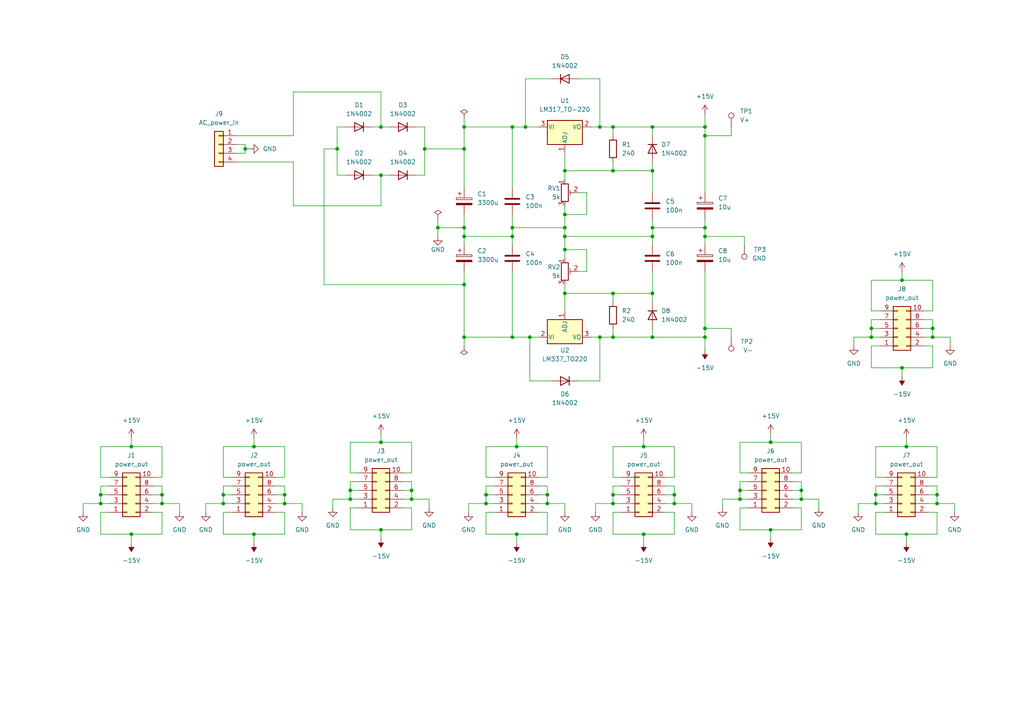
<source format=kicad_sch>
(kicad_sch (version 20230121) (generator eeschema)
  (paper "A4")
  (title_block (title "Josh Ox Ribbon Synth power supply board") (date "2022-06-26") (rev "0") (comment 2 "creativecommons.org/licenses/by/4.0") (comment 3 "license: CC by 4.0") (comment 4 "Author: Jordan Aceto"))
  (lib_symbols
    (symbol "Connector:TestPoint" (pin_numbers hide) (pin_names (offset 0.762) hide)
      (property "Reference" "TP" (at 0 6.858 0))
      (property "Value" "TestPoint" (at 0 5.08 0))
      (symbol "TestPoint_0_1"
        (circle (center 0 3.302) (radius 0.762))
      )
      (symbol "TestPoint_1_1"
        (pin passive line (at 0 0 90) (length 2.54) (name "1") (number "1"))
      )
    )
    (symbol "Connector_Generic:Conn_01x04" (pin_names (offset 1.016) hide)
      (property "Reference" "J" (at 0 5.08 0))
      (property "Value" "Conn_01x04" (at 0 -7.62 0))
      (symbol "Conn_01x04_1_1"
        (rectangle (start -1.27 -4.953) (end 0 -5.207) (stroke (width 0.1524)))
        (rectangle (start -1.27 -2.413) (end 0 -2.667) (stroke (width 0.1524)))
        (rectangle (start -1.27 0.127) (end 0 -0.127) (stroke (width 0.1524)))
        (rectangle (start -1.27 2.667) (end 0 2.413) (stroke (width 0.1524)))
        (rectangle (start -1.27 3.81) (end 1.27 -6.35) (stroke (width 0.254)) (fill (type background)))
        (pin passive line (at -5.08 2.54 0) (length 3.81) (name "Pin_1") (number "1"))
        (pin passive line (at -5.08 0 0) (length 3.81) (name "Pin_2") (number "2"))
        (pin passive line (at -5.08 -2.54 0) (length 3.81) (name "Pin_3") (number "3"))
        (pin passive line (at -5.08 -5.08 0) (length 3.81) (name "Pin_4") (number "4"))
      )
    )
    (symbol "Connector_Generic:Conn_02x05_Odd_Even" (pin_names (offset 1.016) hide)
      (property "Reference" "J" (at 1.27 7.62 0))
      (property "Value" "Conn_02x05_Odd_Even" (at 1.27 -7.62 0))
      (symbol "Conn_02x05_Odd_Even_1_1"
        (rectangle (start -1.27 -4.953) (end 0 -5.207) (stroke (width 0.1524)))
        (rectangle (start -1.27 -2.413) (end 0 -2.667) (stroke (width 0.1524)))
        (rectangle (start -1.27 0.127) (end 0 -0.127) (stroke (width 0.1524)))
        (rectangle (start -1.27 2.667) (end 0 2.413) (stroke (width 0.1524)))
        (rectangle (start -1.27 5.207) (end 0 4.953) (stroke (width 0.1524)))
        (rectangle (start -1.27 6.35) (end 3.81 -6.35) (stroke (width 0.254)) (fill (type background)))
        (rectangle (start 3.81 -4.953) (end 2.54 -5.207) (stroke (width 0.1524)))
        (rectangle (start 3.81 -2.413) (end 2.54 -2.667) (stroke (width 0.1524)))
        (rectangle (start 3.81 0.127) (end 2.54 -0.127) (stroke (width 0.1524)))
        (rectangle (start 3.81 2.667) (end 2.54 2.413) (stroke (width 0.1524)))
        (rectangle (start 3.81 5.207) (end 2.54 4.953) (stroke (width 0.1524)))
        (pin passive line (at -5.08 5.08 0) (length 3.81) (name "Pin_1") (number "1"))
        (pin passive line (at 7.62 -5.08 180) (length 3.81) (name "Pin_10") (number "10"))
        (pin passive line (at 7.62 5.08 180) (length 3.81) (name "Pin_2") (number "2"))
        (pin passive line (at -5.08 2.54 0) (length 3.81) (name "Pin_3") (number "3"))
        (pin passive line (at 7.62 2.54 180) (length 3.81) (name "Pin_4") (number "4"))
        (pin passive line (at -5.08 0 0) (length 3.81) (name "Pin_5") (number "5"))
        (pin passive line (at 7.62 0 180) (length 3.81) (name "Pin_6") (number "6"))
        (pin passive line (at -5.08 -2.54 0) (length 3.81) (name "Pin_7") (number "7"))
        (pin passive line (at 7.62 -2.54 180) (length 3.81) (name "Pin_8") (number "8"))
        (pin passive line (at -5.08 -5.08 0) (length 3.81) (name "Pin_9") (number "9"))
      )
    )
    (symbol "Device:C" (pin_numbers hide) (pin_names (offset 0.254))
      (property "Reference" "C" (at 0.635 2.54 0))
      (property "Value" "C" (at 0.635 -2.54 0))
      (symbol "C_0_1"
        (polyline (pts (xy -2.032 -0.762) (xy 2.032 -0.762)) (stroke (width 0.508)))
        (polyline (pts (xy -2.032 0.762) (xy 2.032 0.762)) (stroke (width 0.508)))
      )
      (symbol "C_1_1"
        (pin passive line (at 0 3.81 270) (length 2.794) (name "~") (number "1"))
        (pin passive line (at 0 -3.81 90) (length 2.794) (name "~") (number "2"))
      )
    )
    (symbol "Device:C_Polarized" (pin_numbers hide) (pin_names (offset 0.254))
      (property "Reference" "C" (at 0.635 2.54 0))
      (property "Value" "C_Polarized" (at 0.635 -2.54 0))
      (symbol "C_Polarized_0_1"
        (rectangle (start -2.286 0.508) (end 2.286 1.016))
        (polyline (pts (xy -1.778 2.286) (xy -0.762 2.286)))
        (polyline (pts (xy -1.27 2.794) (xy -1.27 1.778)))
        (rectangle (start 2.286 -0.508) (end -2.286 -1.016) (fill (type outline)))
      )
      (symbol "C_Polarized_1_1"
        (pin passive line (at 0 3.81 270) (length 2.794) (name "~") (number "1"))
        (pin passive line (at 0 -3.81 90) (length 2.794) (name "~") (number "2"))
      )
    )
    (symbol "Device:R" (pin_numbers hide) (pin_names (offset 0))
      (property "Reference" "R" (at 2.032 0 90))
      (property "Value" "R" (at 0 0 90))
      (symbol "R_0_1"
        (rectangle (start -1.016 -2.54) (end 1.016 2.54) (stroke (width 0.254)))
      )
      (symbol "R_1_1"
        (pin passive line (at 0 3.81 270) (length 1.27) (name "~") (number "1"))
        (pin passive line (at 0 -3.81 90) (length 1.27) (name "~") (number "2"))
      )
    )
    (symbol "Device:R_Potentiometer_Trim" (pin_names (offset 1.016) hide)
      (property "Reference" "RV" (at -4.445 0 90))
      (property "Value" "R_Potentiometer_Trim" (at -2.54 0 90))
      (symbol "R_Potentiometer_Trim_0_1"
        (polyline (pts (xy 1.524 0.762) (xy 1.524 -0.762)))
        (polyline (pts (xy 2.54 0) (xy 1.524 0)))
        (rectangle (start 1.016 2.54) (end -1.016 -2.54) (stroke (width 0.254)))
      )
      (symbol "R_Potentiometer_Trim_1_1"
        (pin passive line (at 0 3.81 270) (length 1.27) (name "1") (number "1"))
        (pin passive line (at 3.81 0 180) (length 1.27) (name "2") (number "2"))
        (pin passive line (at 0 -3.81 90) (length 1.27) (name "3") (number "3"))
      )
    )
    (symbol "Diode:1N4002" (pin_numbers hide) (pin_names hide)
      (property "Reference" "D" (at 0 2.54 0))
      (property "Value" "1N4002" (at 0 -2.54 0))
      (symbol "1N4002_0_1"
        (polyline (pts (xy -1.27 1.27) (xy -1.27 -1.27)) (stroke (width 0.254)))
        (polyline (pts (xy 1.27 0) (xy -1.27 0)))
        (polyline (pts (xy 1.27 1.27) (xy 1.27 -1.27) (xy -1.27 0) (xy 1.27 1.27)) (stroke (width 0.254)))
      )
      (symbol "1N4002_1_1"
        (pin passive line (at -3.81 0 0) (length 2.54) (name "K") (number "1"))
        (pin passive line (at 3.81 0 180) (length 2.54) (name "A") (number "2"))
      )
    )
    (symbol "Regulator_Linear:LM317_TO-220" (pin_names (offset 0.254))
      (property "Reference" "U" (at -3.81 3.175 0))
      (property "Value" "LM317_TO-220" (at 0 3.175 0))
      (symbol "LM317_TO-220_0_1"
        (rectangle (start -5.08 1.905) (end 5.08 -5.08) (stroke (width 0.254)) (fill (type background)))
      )
      (symbol "LM317_TO-220_1_1"
        (pin input line (at 0 -7.62 90) (length 2.54) (name "ADJ") (number "1"))
        (pin power_out line (at 7.62 0 180) (length 2.54) (name "VO") (number "2"))
        (pin power_in line (at -7.62 0 0) (length 2.54) (name "VI") (number "3"))
      )
    )
    (symbol "Regulator_Linear:LM337_TO220" (pin_names (offset 0.254))
      (property "Reference" "U" (at -3.81 -3.175 0))
      (property "Value" "LM337_TO220" (at 0 -3.175 0))
      (symbol "LM337_TO220_0_1"
        (rectangle (start -5.08 5.08) (end 5.08 -1.905) (stroke (width 0.254)) (fill (type background)))
      )
      (symbol "LM337_TO220_1_1"
        (pin input line (at 0 7.62 270) (length 2.54) (name "ADJ") (number "1"))
        (pin power_in line (at -7.62 0 0) (length 2.54) (name "VI") (number "2"))
        (pin power_out line (at 7.62 0 180) (length 2.54) (name "VO") (number "3"))
      )
    )
    (symbol "power:+15V" (power) (pin_names (offset 0))
      (property "Value" "+15V" (at 0 3.556 0))
      (symbol "+15V_0_1"
        (polyline (pts (xy -0.762 1.27) (xy 0 2.54)))
        (polyline (pts (xy 0 0) (xy 0 2.54)))
        (polyline (pts (xy 0 2.54) (xy 0.762 1.27)))
      )
      (symbol "+15V_1_1"
        (pin power_in line (at 0 0 90) (length 0) hide (name "+15V") (number "1"))
      )
    )
    (symbol "power:-15V" (power) (pin_names (offset 0))
      (property "Value" "-15V" (at 0 3.81 0))
      (symbol "-15V_0_0"
        (pin power_in line (at 0 0 90) (length 0) hide (name "-15V") (number "1"))
      )
      (symbol "-15V_0_1"
        (polyline (pts (xy 0 0) (xy 0 1.27) (xy 0.762 1.27) (xy 0 2.54) (xy -0.762 1.27) (xy 0 1.27)) (fill (type outline)))
      )
    )
    (symbol "power:GND" (power) (pin_names (offset 0))
      (property "Value" "GND" (at 0 -3.81 0))
      (symbol "GND_0_1"
        (polyline (pts (xy 0 0) (xy 0 -1.27) (xy 1.27 -1.27) (xy 0 -2.54) (xy -1.27 -1.27) (xy 0 -1.27)))
      )
      (symbol "GND_1_1"
        (pin power_in line (at 0 0 270) (length 0) hide (name "GND") (number "1"))
      )
    )
    (symbol "power:PWR_FLAG" (power) (pin_numbers hide) (pin_names (offset 0) hide)
      (property "Value" "PWR_FLAG" (at 0 3.81 0))
      (symbol "PWR_FLAG_0_0"
        (pin power_out line (at 0 0 90) (length 0) (name "pwr") (number "1"))
      )
      (symbol "PWR_FLAG_0_1"
        (polyline (pts (xy 0 0) (xy 0 1.27) (xy -1.016 1.905) (xy 0 2.54) (xy 1.016 1.905) (xy 0 1.27)))
      )
    )
  )
  (junction (at 64.77 143.51))
  (junction (at 223.52 153.67))
  (junction (at 97.79 43.18))
  (junction (at 214.63 142.24))
  (junction (at 134.62 66.04))
  (junction (at 271.78 146.05))
  (junction (at 177.8 97.79))
  (junction (at 101.6 144.78))
  (junction (at 71.12 43.18))
  (junction (at 252.73 97.79))
  (junction (at 73.66 154.94))
  (junction (at 110.49 36.83))
  (junction (at 29.21 143.51))
  (junction (at 38.1 129.54))
  (junction (at 271.78 143.51))
  (junction (at 204.47 68.58))
  (junction (at 119.38 144.78))
  (junction (at 148.59 66.04))
  (junction (at 195.58 143.51))
  (junction (at 163.83 49.53))
  (junction (at 163.83 85.09))
  (junction (at 134.62 82.55))
  (junction (at 148.59 97.79))
  (junction (at 177.8 146.05))
  (junction (at 110.49 153.67))
  (junction (at 134.62 43.18))
  (junction (at 46.99 146.05))
  (junction (at 82.55 146.05))
  (junction (at 173.99 97.79))
  (junction (at 127 66.04))
  (junction (at 177.8 49.53))
  (junction (at 177.8 143.51))
  (junction (at 261.62 106.68))
  (junction (at 101.6 142.24))
  (junction (at 73.66 129.54))
  (junction (at 82.55 143.51))
  (junction (at 123.19 43.18))
  (junction (at 189.23 68.58))
  (junction (at 270.51 95.25))
  (junction (at 134.62 97.79))
  (junction (at 110.49 128.27))
  (junction (at 119.38 142.24))
  (junction (at 163.83 68.58))
  (junction (at 110.49 50.8))
  (junction (at 204.47 36.83))
  (junction (at 38.1 154.94))
  (junction (at 163.83 62.23))
  (junction (at 189.23 85.09))
  (junction (at 149.86 154.94))
  (junction (at 177.8 36.83))
  (junction (at 189.23 66.04))
  (junction (at 149.86 129.54))
  (junction (at 204.47 95.25))
  (junction (at 153.67 97.79))
  (junction (at 148.59 36.83))
  (junction (at 254 143.51))
  (junction (at 148.59 68.58))
  (junction (at 261.62 81.28))
  (junction (at 158.75 143.51))
  (junction (at 46.99 143.51))
  (junction (at 262.89 154.94))
  (junction (at 140.97 143.51))
  (junction (at 134.62 36.83))
  (junction (at 223.52 128.27))
  (junction (at 204.47 39.37))
  (junction (at 232.41 144.78))
  (junction (at 204.47 66.04))
  (junction (at 204.47 97.79))
  (junction (at 270.51 97.79))
  (junction (at 252.73 95.25))
  (junction (at 189.23 97.79))
  (junction (at 173.99 36.83))
  (junction (at 254 146.05))
  (junction (at 29.21 146.05))
  (junction (at 64.77 146.05))
  (junction (at 158.75 146.05))
  (junction (at 163.83 66.04))
  (junction (at 134.62 68.58))
  (junction (at 232.41 142.24))
  (junction (at 152.4 36.83))
  (junction (at 214.63 144.78))
  (junction (at 262.89 129.54))
  (junction (at 189.23 49.53))
  (junction (at 177.8 85.09))
  (junction (at 189.23 36.83))
  (junction (at 195.58 146.05))
  (junction (at 186.69 129.54))
  (junction (at 163.83 72.39))
  (junction (at 140.97 146.05))
  (junction (at 186.69 154.94))
  (wire (pts (xy 156.21 138.43) (xy 158.75 138.43)))
  (wire (pts (xy 134.62 36.83) (xy 148.59 36.83)))
  (wire (pts (xy 229.87 142.24) (xy 232.41 142.24)))
  (wire (pts (xy 177.8 148.59) (xy 177.8 154.94)))
  (wire (pts (xy 269.24 143.51) (xy 271.78 143.51)))
  (wire (pts (xy 248.92 148.59) (xy 248.92 146.05)))
  (wire (pts (xy 204.47 33.02) (xy 204.47 36.83)))
  (wire (pts (xy 134.62 82.55) (xy 134.62 78.74)))
  (wire (pts (xy 252.73 100.33) (xy 252.73 106.68)))
  (wire (pts (xy 189.23 49.53) (xy 189.23 55.88)))
  (wire (pts (xy 269.24 138.43) (xy 271.78 138.43)))
  (wire (pts (xy 101.6 153.67) (xy 110.49 153.67)))
  (wire (pts (xy 177.8 46.99) (xy 177.8 49.53)))
  (wire (pts (xy 68.58 46.99) (xy 85.09 46.99)))
  (wire (pts (xy 82.55 143.51) (xy 82.55 140.97)))
  (wire (pts (xy 119.38 144.78) (xy 119.38 142.24)))
  (wire (pts (xy 82.55 154.94) (xy 82.55 148.59)))
  (wire (pts (xy 261.62 81.28) (xy 252.73 81.28)))
  (wire (pts (xy 255.27 97.79) (xy 252.73 97.79)))
  (wire (pts (xy 261.62 106.68) (xy 261.62 109.22)))
  (wire (pts (xy 189.23 78.74) (xy 189.23 85.09)))
  (wire (pts (xy 261.62 106.68) (xy 270.51 106.68)))
  (wire (pts (xy 262.89 127) (xy 262.89 129.54)))
  (wire (pts (xy 214.63 139.7) (xy 214.63 142.24)))
  (wire (pts (xy 170.18 72.39) (xy 163.83 72.39)))
  (wire (pts (xy 64.77 143.51) (xy 64.77 146.05)))
  (wire (pts (xy 110.49 26.67) (xy 110.49 36.83)))
  (wire (pts (xy 189.23 36.83) (xy 204.47 36.83)))
  (wire (pts (xy 140.97 140.97) (xy 143.51 140.97)))
  (wire (pts (xy 163.83 49.53) (xy 163.83 52.07)))
  (wire (pts (xy 247.65 97.79) (xy 252.73 97.79)))
  (wire (pts (xy 256.54 148.59) (xy 254 148.59)))
  (wire (pts (xy 170.18 62.23) (xy 163.83 62.23)))
  (wire (pts (xy 29.21 140.97) (xy 31.75 140.97)))
  (wire (pts (xy 140.97 143.51) (xy 143.51 143.51)))
  (wire (pts (xy 135.89 148.59) (xy 135.89 146.05)))
  (wire (pts (xy 110.49 50.8) (xy 107.95 50.8)))
  (wire (pts (xy 177.8 143.51) (xy 177.8 146.05)))
  (wire (pts (xy 186.69 127) (xy 186.69 129.54)))
  (wire (pts (xy 87.63 148.59) (xy 87.63 146.05)))
  (wire (pts (xy 163.83 148.59) (xy 163.83 146.05)))
  (wire (pts (xy 209.55 147.32) (xy 209.55 144.78)))
  (wire (pts (xy 173.99 36.83) (xy 171.45 36.83)))
  (wire (pts (xy 140.97 138.43) (xy 143.51 138.43)))
  (wire (pts (xy 163.83 62.23) (xy 163.83 66.04)))
  (wire (pts (xy 96.52 144.78) (xy 101.6 144.78)))
  (wire (pts (xy 163.83 85.09) (xy 163.83 90.17)))
  (wire (pts (xy 163.83 68.58) (xy 163.83 66.04)))
  (wire (pts (xy 96.52 147.32) (xy 96.52 144.78)))
  (wire (pts (xy 177.8 97.79) (xy 189.23 97.79)))
  (wire (pts (xy 71.12 44.45) (xy 71.12 43.18)))
  (wire (pts (xy 177.8 36.83) (xy 189.23 36.83)))
  (wire (pts (xy 189.23 95.25) (xy 189.23 97.79)))
  (wire (pts (xy 254 148.59) (xy 254 154.94)))
  (wire (pts (xy 101.6 139.7) (xy 101.6 142.24)))
  (wire (pts (xy 73.66 129.54) (xy 64.77 129.54)))
  (wire (pts (xy 217.17 144.78) (xy 214.63 144.78)))
  (wire (pts (xy 101.6 137.16) (xy 104.14 137.16)))
  (wire (pts (xy 82.55 148.59) (xy 80.01 148.59)))
  (wire (pts (xy 237.49 147.32) (xy 237.49 144.78)))
  (wire (pts (xy 119.38 147.32) (xy 116.84 147.32)))
  (wire (pts (xy 158.75 154.94) (xy 158.75 148.59)))
  (wire (pts (xy 177.8 85.09) (xy 177.8 87.63)))
  (wire (pts (xy 119.38 137.16) (xy 119.38 128.27)))
  (wire (pts (xy 248.92 146.05) (xy 254 146.05)))
  (wire (pts (xy 229.87 144.78) (xy 232.41 144.78)))
  (wire (pts (xy 252.73 92.71) (xy 255.27 92.71)))
  (wire (pts (xy 153.67 110.49) (xy 153.67 97.79)))
  (wire (pts (xy 46.99 148.59) (xy 44.45 148.59)))
  (wire (pts (xy 24.13 148.59) (xy 24.13 146.05)))
  (wire (pts (xy 254 138.43) (xy 256.54 138.43)))
  (wire (pts (xy 275.59 97.79) (xy 270.51 97.79)))
  (wire (pts (xy 82.55 129.54) (xy 73.66 129.54)))
  (wire (pts (xy 116.84 142.24) (xy 119.38 142.24)))
  (wire (pts (xy 119.38 142.24) (xy 119.38 139.7)))
  (wire (pts (xy 200.66 146.05) (xy 195.58 146.05)))
  (wire (pts (xy 204.47 95.25) (xy 204.47 78.74)))
  (wire (pts (xy 158.75 148.59) (xy 156.21 148.59)))
  (wire (pts (xy 134.62 43.18) (xy 134.62 54.61)))
  (wire (pts (xy 214.63 139.7) (xy 217.17 139.7)))
  (wire (pts (xy 173.99 36.83) (xy 173.99 22.86)))
  (wire (pts (xy 148.59 36.83) (xy 148.59 54.61)))
  (wire (pts (xy 223.52 153.67) (xy 223.52 156.21)))
  (wire (pts (xy 177.8 49.53) (xy 189.23 49.53)))
  (wire (pts (xy 195.58 129.54) (xy 186.69 129.54)))
  (wire (pts (xy 148.59 66.04) (xy 163.83 66.04)))
  (wire (pts (xy 110.49 128.27) (xy 101.6 128.27)))
  (wire (pts (xy 100.33 36.83) (xy 97.79 36.83)))
  (wire (pts (xy 148.59 97.79) (xy 153.67 97.79)))
  (wire (pts (xy 52.07 146.05) (xy 46.99 146.05)))
  (wire (pts (xy 134.62 97.79) (xy 148.59 97.79)))
  (wire (pts (xy 204.47 63.5) (xy 204.47 66.04)))
  (wire (pts (xy 173.99 97.79) (xy 177.8 97.79)))
  (wire (pts (xy 223.52 125.73) (xy 223.52 128.27)))
  (wire (pts (xy 189.23 68.58) (xy 189.23 71.12)))
  (wire (pts (xy 189.23 66.04) (xy 189.23 68.58)))
  (wire (pts (xy 148.59 66.04) (xy 148.59 68.58)))
  (wire (pts (xy 232.41 137.16) (xy 232.41 128.27)))
  (wire (pts (xy 124.46 147.32) (xy 124.46 144.78)))
  (wire (pts (xy 135.89 146.05) (xy 140.97 146.05)))
  (wire (pts (xy 134.62 68.58) (xy 148.59 68.58)))
  (wire (pts (xy 170.18 78.74) (xy 167.64 78.74)))
  (wire (pts (xy 177.8 36.83) (xy 177.8 39.37)))
  (wire (pts (xy 214.63 128.27) (xy 214.63 137.16)))
  (wire (pts (xy 214.63 153.67) (xy 223.52 153.67)))
  (wire (pts (xy 214.63 142.24) (xy 214.63 144.78)))
  (wire (pts (xy 59.69 148.59) (xy 59.69 146.05)))
  (wire (pts (xy 173.99 22.86) (xy 167.64 22.86)))
  (wire (pts (xy 167.64 55.88) (xy 170.18 55.88)))
  (wire (pts (xy 215.9 71.12) (xy 215.9 68.58)))
  (wire (pts (xy 212.09 39.37) (xy 204.47 39.37)))
  (wire (pts (xy 237.49 144.78) (xy 232.41 144.78)))
  (wire (pts (xy 44.45 143.51) (xy 46.99 143.51)))
  (wire (pts (xy 64.77 140.97) (xy 67.31 140.97)))
  (wire (pts (xy 232.41 128.27) (xy 223.52 128.27)))
  (wire (pts (xy 140.97 129.54) (xy 140.97 138.43)))
  (wire (pts (xy 64.77 143.51) (xy 67.31 143.51)))
  (wire (pts (xy 148.59 68.58) (xy 148.59 71.12)))
  (wire (pts (xy 46.99 129.54) (xy 38.1 129.54)))
  (wire (pts (xy 158.75 143.51) (xy 158.75 140.97)))
  (wire (pts (xy 134.62 66.04) (xy 134.62 68.58)))
  (wire (pts (xy 204.47 68.58) (xy 204.47 71.12)))
  (wire (pts (xy 214.63 137.16) (xy 217.17 137.16)))
  (wire (pts (xy 134.62 34.29) (xy 134.62 36.83)))
  (wire (pts (xy 127 66.04) (xy 134.62 66.04)))
  (wire (pts (xy 73.66 154.94) (xy 82.55 154.94)))
  (wire (pts (xy 123.19 36.83) (xy 120.65 36.83)))
  (wire (pts (xy 71.12 43.18) (xy 72.39 43.18)))
  (wire (pts (xy 271.78 146.05) (xy 271.78 143.51)))
  (wire (pts (xy 101.6 142.24) (xy 104.14 142.24)))
  (wire (pts (xy 204.47 55.88) (xy 204.47 39.37)))
  (wire (pts (xy 149.86 154.94) (xy 158.75 154.94)))
  (wire (pts (xy 177.8 143.51) (xy 180.34 143.51)))
  (wire (pts (xy 204.47 39.37) (xy 204.47 36.83)))
  (wire (pts (xy 180.34 148.59) (xy 177.8 148.59)))
  (wire (pts (xy 152.4 22.86) (xy 160.02 22.86)))
  (wire (pts (xy 195.58 138.43) (xy 195.58 129.54)))
  (wire (pts (xy 97.79 43.18) (xy 93.98 43.18)))
  (wire (pts (xy 189.23 36.83) (xy 189.23 39.37)))
  (wire (pts (xy 177.8 95.25) (xy 177.8 97.79)))
  (wire (pts (xy 270.51 95.25) (xy 270.51 92.71)))
  (wire (pts (xy 29.21 140.97) (xy 29.21 143.51)))
  (wire (pts (xy 67.31 146.05) (xy 64.77 146.05)))
  (wire (pts (xy 134.62 43.18) (xy 134.62 36.83)))
  (wire (pts (xy 149.86 154.94) (xy 149.86 157.48)))
  (wire (pts (xy 267.97 97.79) (xy 270.51 97.79)))
  (wire (pts (xy 270.51 90.17) (xy 270.51 81.28)))
  (wire (pts (xy 148.59 78.74) (xy 148.59 97.79)))
  (wire (pts (xy 212.09 95.25) (xy 204.47 95.25)))
  (wire (pts (xy 110.49 36.83) (xy 113.03 36.83)))
  (wire (pts (xy 267.97 92.71) (xy 270.51 92.71)))
  (wire (pts (xy 143.51 146.05) (xy 140.97 146.05)))
  (wire (pts (xy 29.21 129.54) (xy 29.21 138.43)))
  (wire (pts (xy 189.23 85.09) (xy 189.23 87.63)))
  (wire (pts (xy 73.66 127) (xy 73.66 129.54)))
  (wire (pts (xy 156.21 140.97) (xy 158.75 140.97)))
  (wire (pts (xy 276.86 148.59) (xy 276.86 146.05)))
  (wire (pts (xy 271.78 154.94) (xy 271.78 148.59)))
  (wire (pts (xy 116.84 144.78) (xy 119.38 144.78)))
  (wire (pts (xy 59.69 146.05) (xy 64.77 146.05)))
  (wire (pts (xy 177.8 85.09) (xy 189.23 85.09)))
  (wire (pts (xy 110.49 50.8) (xy 113.03 50.8)))
  (wire (pts (xy 101.6 139.7) (xy 104.14 139.7)))
  (wire (pts (xy 116.84 139.7) (xy 119.38 139.7)))
  (wire (pts (xy 46.99 138.43) (xy 46.99 129.54)))
  (wire (pts (xy 269.24 146.05) (xy 271.78 146.05)))
  (wire (pts (xy 153.67 97.79) (xy 156.21 97.79)))
  (wire (pts (xy 163.83 72.39) (xy 163.83 74.93)))
  (wire (pts (xy 163.83 146.05) (xy 158.75 146.05)))
  (wire (pts (xy 64.77 138.43) (xy 67.31 138.43)))
  (wire (pts (xy 156.21 36.83) (xy 152.4 36.83)))
  (wire (pts (xy 252.73 90.17) (xy 255.27 90.17)))
  (wire (pts (xy 214.63 147.32) (xy 214.63 153.67)))
  (wire (pts (xy 85.09 59.69) (xy 110.49 59.69)))
  (wire (pts (xy 223.52 128.27) (xy 214.63 128.27)))
  (wire (pts (xy 195.58 148.59) (xy 193.04 148.59)))
  (wire (pts (xy 73.66 154.94) (xy 73.66 157.48)))
  (wire (pts (xy 189.23 66.04) (xy 204.47 66.04)))
  (wire (pts (xy 85.09 26.67) (xy 110.49 26.67)))
  (wire (pts (xy 158.75 129.54) (xy 149.86 129.54)))
  (wire (pts (xy 271.78 138.43) (xy 271.78 129.54)))
  (wire (pts (xy 31.75 148.59) (xy 29.21 148.59)))
  (wire (pts (xy 123.19 50.8) (xy 123.19 43.18)))
  (wire (pts (xy 212.09 36.83) (xy 212.09 39.37)))
  (wire (pts (xy 134.62 82.55) (xy 134.62 97.79)))
  (wire (pts (xy 85.09 46.99) (xy 85.09 59.69)))
  (wire (pts (xy 177.8 36.83) (xy 173.99 36.83)))
  (wire (pts (xy 256.54 146.05) (xy 254 146.05)))
  (wire (pts (xy 160.02 110.49) (xy 153.67 110.49)))
  (wire (pts (xy 186.69 129.54) (xy 177.8 129.54)))
  (wire (pts (xy 46.99 143.51) (xy 46.99 140.97)))
  (wire (pts (xy 87.63 146.05) (xy 82.55 146.05)))
  (wire (pts (xy 170.18 55.88) (xy 170.18 62.23)))
  (wire (pts (xy 64.77 154.94) (xy 73.66 154.94)))
  (wire (pts (xy 110.49 153.67) (xy 119.38 153.67)))
  (wire (pts (xy 24.13 146.05) (xy 29.21 146.05)))
  (wire (pts (xy 163.83 44.45) (xy 163.83 49.53)))
  (wire (pts (xy 80.01 146.05) (xy 82.55 146.05)))
  (wire (pts (xy 29.21 148.59) (xy 29.21 154.94)))
  (wire (pts (xy 189.23 97.79) (xy 204.47 97.79)))
  (wire (pts (xy 97.79 36.83) (xy 97.79 43.18)))
  (wire (pts (xy 214.63 142.24) (xy 217.17 142.24)))
  (wire (pts (xy 71.12 41.91) (xy 68.58 41.91)))
  (wire (pts (xy 134.62 62.23) (xy 134.62 66.04)))
  (wire (pts (xy 275.59 100.33) (xy 275.59 97.79)))
  (wire (pts (xy 104.14 144.78) (xy 101.6 144.78)))
  (wire (pts (xy 80.01 143.51) (xy 82.55 143.51)))
  (wire (pts (xy 193.04 146.05) (xy 195.58 146.05)))
  (wire (pts (xy 44.45 138.43) (xy 46.99 138.43)))
  (wire (pts (xy 177.8 138.43) (xy 180.34 138.43)))
  (wire (pts (xy 127 68.58) (xy 127 66.04)))
  (wire (pts (xy 71.12 43.18) (xy 71.12 41.91)))
  (wire (pts (xy 177.8 140.97) (xy 177.8 143.51)))
  (wire (pts (xy 82.55 138.43) (xy 82.55 129.54)))
  (wire (pts (xy 189.23 63.5) (xy 189.23 66.04)))
  (wire (pts (xy 38.1 154.94) (xy 38.1 157.48)))
  (wire (pts (xy 270.51 106.68) (xy 270.51 100.33)))
  (wire (pts (xy 186.69 154.94) (xy 186.69 157.48)))
  (wire (pts (xy 101.6 128.27) (xy 101.6 137.16)))
  (wire (pts (xy 116.84 137.16) (xy 119.38 137.16)))
  (wire (pts (xy 204.47 97.79) (xy 204.47 101.6)))
  (wire (pts (xy 68.58 39.37) (xy 85.09 39.37)))
  (wire (pts (xy 200.66 148.59) (xy 200.66 146.05)))
  (wire (pts (xy 31.75 146.05) (xy 29.21 146.05)))
  (wire (pts (xy 177.8 129.54) (xy 177.8 138.43)))
  (wire (pts (xy 148.59 36.83) (xy 152.4 36.83)))
  (wire (pts (xy 149.86 129.54) (xy 140.97 129.54)))
  (wire (pts (xy 140.97 148.59) (xy 140.97 154.94)))
  (wire (pts (xy 254 154.94) (xy 262.89 154.94)))
  (wire (pts (xy 38.1 154.94) (xy 46.99 154.94)))
  (wire (pts (xy 229.87 139.7) (xy 232.41 139.7)))
  (wire (pts (xy 276.86 146.05) (xy 271.78 146.05)))
  (wire (pts (xy 193.04 143.51) (xy 195.58 143.51)))
  (wire (pts (xy 252.73 95.25) (xy 252.73 97.79)))
  (wire (pts (xy 254 143.51) (xy 256.54 143.51)))
  (wire (pts (xy 44.45 140.97) (xy 46.99 140.97)))
  (wire (pts (xy 267.97 95.25) (xy 270.51 95.25)))
  (wire (pts (xy 148.59 62.23) (xy 148.59 66.04)))
  (wire (pts (xy 104.14 147.32) (xy 101.6 147.32)))
  (wire (pts (xy 107.95 36.83) (xy 110.49 36.83)))
  (wire (pts (xy 29.21 138.43) (xy 31.75 138.43)))
  (wire (pts (xy 158.75 138.43) (xy 158.75 129.54)))
  (wire (pts (xy 97.79 43.18) (xy 97.79 50.8)))
  (wire (pts (xy 120.65 50.8) (xy 123.19 50.8)))
  (wire (pts (xy 64.77 148.59) (xy 64.77 154.94)))
  (wire (pts (xy 163.83 68.58) (xy 189.23 68.58)))
  (wire (pts (xy 163.83 85.09) (xy 177.8 85.09)))
  (wire (pts (xy 170.18 78.74) (xy 170.18 72.39)))
  (wire (pts (xy 195.58 146.05) (xy 195.58 143.51)))
  (wire (pts (xy 140.97 154.94) (xy 149.86 154.94)))
  (wire (pts (xy 110.49 153.67) (xy 110.49 156.21)))
  (wire (pts (xy 46.99 146.05) (xy 46.99 143.51)))
  (wire (pts (xy 97.79 50.8) (xy 100.33 50.8)))
  (wire (pts (xy 101.6 147.32) (xy 101.6 153.67)))
  (wire (pts (xy 29.21 143.51) (xy 29.21 146.05)))
  (wire (pts (xy 64.77 129.54) (xy 64.77 138.43)))
  (wire (pts (xy 85.09 26.67) (xy 85.09 39.37)))
  (wire (pts (xy 262.89 129.54) (xy 254 129.54)))
  (wire (pts (xy 67.31 148.59) (xy 64.77 148.59)))
  (wire (pts (xy 82.55 146.05) (xy 82.55 143.51)))
  (wire (pts (xy 119.38 153.67) (xy 119.38 147.32)))
  (wire (pts (xy 254 140.97) (xy 256.54 140.97)))
  (wire (pts (xy 186.69 154.94) (xy 195.58 154.94)))
  (wire (pts (xy 209.55 144.78) (xy 214.63 144.78)))
  (wire (pts (xy 232.41 147.32) (xy 229.87 147.32)))
  (wire (pts (xy 171.45 97.79) (xy 173.99 97.79)))
  (wire (pts (xy 93.98 82.55) (xy 134.62 82.55)))
  (wire (pts (xy 149.86 127) (xy 149.86 129.54)))
  (wire (pts (xy 119.38 128.27) (xy 110.49 128.27)))
  (wire (pts (xy 123.19 43.18) (xy 134.62 43.18)))
  (wire (pts (xy 29.21 143.51) (xy 31.75 143.51)))
  (wire (pts (xy 124.46 144.78) (xy 119.38 144.78)))
  (wire (pts (xy 110.49 59.69) (xy 110.49 50.8)))
  (wire (pts (xy 267.97 90.17) (xy 270.51 90.17)))
  (wire (pts (xy 193.04 140.97) (xy 195.58 140.97)))
  (wire (pts (xy 232.41 142.24) (xy 232.41 139.7)))
  (wire (pts (xy 180.34 146.05) (xy 177.8 146.05)))
  (wire (pts (xy 52.07 148.59) (xy 52.07 146.05)))
  (wire (pts (xy 80.01 138.43) (xy 82.55 138.43)))
  (wire (pts (xy 270.51 100.33) (xy 267.97 100.33)))
  (wire (pts (xy 38.1 129.54) (xy 29.21 129.54)))
  (wire (pts (xy 255.27 100.33) (xy 252.73 100.33)))
  (wire (pts (xy 254 129.54) (xy 254 138.43)))
  (wire (pts (xy 123.19 43.18) (xy 123.19 36.83)))
  (wire (pts (xy 143.51 148.59) (xy 140.97 148.59)))
  (wire (pts (xy 140.97 143.51) (xy 140.97 146.05)))
  (wire (pts (xy 204.47 97.79) (xy 204.47 95.25)))
  (wire (pts (xy 156.21 143.51) (xy 158.75 143.51)))
  (wire (pts (xy 189.23 49.53) (xy 189.23 46.99)))
  (wire (pts (xy 254 140.97) (xy 254 143.51)))
  (wire (pts (xy 64.77 140.97) (xy 64.77 143.51)))
  (wire (pts (xy 261.62 78.74) (xy 261.62 81.28)))
  (wire (pts (xy 252.73 106.68) (xy 261.62 106.68)))
  (wire (pts (xy 163.83 59.69) (xy 163.83 62.23)))
  (wire (pts (xy 177.8 140.97) (xy 180.34 140.97)))
  (wire (pts (xy 254 143.51) (xy 254 146.05)))
  (wire (pts (xy 29.21 154.94) (xy 38.1 154.94)))
  (wire (pts (xy 38.1 127) (xy 38.1 129.54)))
  (wire (pts (xy 127 63.5) (xy 127 66.04)))
  (wire (pts (xy 172.72 146.05) (xy 177.8 146.05)))
  (wire (pts (xy 156.21 146.05) (xy 158.75 146.05)))
  (wire (pts (xy 269.24 140.97) (xy 271.78 140.97)))
  (wire (pts (xy 68.58 44.45) (xy 71.12 44.45)))
  (wire (pts (xy 44.45 146.05) (xy 46.99 146.05)))
  (wire (pts (xy 195.58 154.94) (xy 195.58 148.59)))
  (wire (pts (xy 252.73 95.25) (xy 255.27 95.25)))
  (wire (pts (xy 252.73 92.71) (xy 252.73 95.25)))
  (wire (pts (xy 229.87 137.16) (xy 232.41 137.16)))
  (wire (pts (xy 270.51 97.79) (xy 270.51 95.25)))
  (wire (pts (xy 80.01 140.97) (xy 82.55 140.97)))
  (wire (pts (xy 262.89 154.94) (xy 262.89 157.48)))
  (wire (pts (xy 173.99 110.49) (xy 173.99 97.79)))
  (wire (pts (xy 101.6 142.24) (xy 101.6 144.78)))
  (wire (pts (xy 232.41 153.67) (xy 232.41 147.32)))
  (wire (pts (xy 140.97 140.97) (xy 140.97 143.51)))
  (wire (pts (xy 163.83 49.53) (xy 177.8 49.53)))
  (wire (pts (xy 232.41 144.78) (xy 232.41 142.24)))
  (wire (pts (xy 223.52 153.67) (xy 232.41 153.67)))
  (wire (pts (xy 262.89 154.94) (xy 271.78 154.94)))
  (wire (pts (xy 270.51 81.28) (xy 261.62 81.28)))
  (wire (pts (xy 252.73 81.28) (xy 252.73 90.17)))
  (wire (pts (xy 172.72 148.59) (xy 172.72 146.05)))
  (wire (pts (xy 163.83 68.58) (xy 163.83 72.39)))
  (wire (pts (xy 163.83 82.55) (xy 163.83 85.09)))
  (wire (pts (xy 271.78 143.51) (xy 271.78 140.97)))
  (wire (pts (xy 152.4 36.83) (xy 152.4 22.86)))
  (wire (pts (xy 195.58 143.51) (xy 195.58 140.97)))
  (wire (pts (xy 110.49 125.73) (xy 110.49 128.27)))
  (wire (pts (xy 46.99 154.94) (xy 46.99 148.59)))
  (wire (pts (xy 177.8 154.94) (xy 186.69 154.94)))
  (wire (pts (xy 193.04 138.43) (xy 195.58 138.43)))
  (wire (pts (xy 93.98 43.18) (xy 93.98 82.55)))
  (wire (pts (xy 158.75 146.05) (xy 158.75 143.51)))
  (wire (pts (xy 167.64 110.49) (xy 173.99 110.49)))
  (wire (pts (xy 215.9 68.58) (xy 204.47 68.58)))
  (wire (pts (xy 217.17 147.32) (xy 214.63 147.32)))
  (wire (pts (xy 134.62 100.33) (xy 134.62 97.79)))
  (wire (pts (xy 271.78 129.54) (xy 262.89 129.54)))
  (wire (pts (xy 271.78 148.59) (xy 269.24 148.59)))
  (wire (pts (xy 204.47 66.04) (xy 204.47 68.58)))
  (wire (pts (xy 212.09 97.79) (xy 212.09 95.25)))
  (wire (pts (xy 134.62 68.58) (xy 134.62 71.12)))
  (wire (pts (xy 247.65 100.33) (xy 247.65 97.79)))
  (symbol (lib_id "Device:R") (at 177.8 91.44 0) (unit 1)
    (property "Reference" "R2" (at 180.34 90.1699 0) (effects (justify left)))
    (property "Value" "240" (at 180.34 92.7099 0) (effects (justify left)))
    (property "Footprint" "Resistor_THT:R_Axial_DIN0207_L6.3mm_D2.5mm_P10.16mm_Horizontal" (effects hide))
  )
  (symbol (lib_id "Connector:TestPoint") (at 212.09 36.83 0) (unit 1)
    (property "Reference" "TP1" (at 214.63 32.2579 0) (effects (justify left)))
    (property "Value" "V+" (at 214.63 34.7979 0) (effects (justify left)))
    (property "Footprint" "TestPoint:TestPoint_Keystone_5000-5004_Miniature" (effects hide))
  )
  (symbol (lib_id "power:+15V") (at 261.62 78.74 0) (unit 1)
    (property "Reference" "#PWR0101" (effects hide))
    (property "Value" "+15V" (at 261.62 73.66 0))
  )
  (symbol (lib_id "Connector_Generic:Conn_01x04") (at 63.5 41.91 0) (mirror y) (unit 1)
    (property "Reference" "J9" (at 63.5 33.02 0))
    (property "Value" "AC_power_in" (at 63.5 35.56 0))
    (property "Footprint" "Connector_Molex:Molex_Mini-Fit_Jr_5566-04A_2x02_P4.20mm_Vertical" (effects hide))
  )
  (symbol (lib_id "power:+15V") (at 204.47 33.02 0) (unit 1)
    (property "Reference" "#PWR023" (effects hide))
    (property "Value" "+15V" (at 204.47 27.94 0))
  )
  (symbol (lib_id "power:GND") (at 72.39 43.18 90) (unit 1)
    (property "Reference" "#PWR06" (effects hide))
    (property "Value" "GND" (at 76.2 43.1799 90) (effects (justify right)))
  )
  (symbol (lib_id "Connector_Generic:Conn_02x05_Odd_Even") (at 148.59 143.51 0) (mirror x) (unit 1)
    (property "Reference" "J4" (at 149.86 132.08 0))
    (property "Value" "power_out" (at 149.86 134.62 0))
    (property "Footprint" "Connector_IDC:IDC-Header_2x05_P2.54mm_Vertical" (effects hide))
  )
  (symbol (lib_id "power:GND") (at 52.07 148.59 0) (unit 1)
    (property "Reference" "#PWR04" (effects hide))
    (property "Value" "GND" (at 52.07 153.67 0))
  )
  (symbol (lib_id "power:+15V") (at 110.49 125.73 0) (unit 1)
    (property "Reference" "#PWR011" (effects hide))
    (property "Value" "+15V" (at 110.49 120.65 0))
  )
  (symbol (lib_id "power:GND") (at 96.52 147.32 0) (mirror y) (unit 1)
    (property "Reference" "#PWR010" (effects hide))
    (property "Value" "GND" (at 96.52 152.4 0))
  )
  (symbol (lib_id "power:GND") (at 59.69 148.59 0) (mirror y) (unit 1)
    (property "Reference" "#PWR05" (effects hide))
    (property "Value" "GND" (at 59.69 153.67 0))
  )
  (symbol (lib_id "Connector:TestPoint") (at 215.9 71.12 0) (mirror x) (unit 1)
    (property "Reference" "TP3" (at 222.25 72.39 0) (effects (justify right)))
    (property "Value" "GND" (at 222.25 74.93 0) (effects (justify right)))
    (property "Footprint" "TestPoint:TestPoint_Bridge_Pitch7.62mm_Drill1.3mm" (effects hide))
  )
  (symbol (lib_id "Device:C") (at 189.23 59.69 0) (unit 1)
    (property "Reference" "C5" (at 193.04 58.4199 0) (effects (justify left)))
    (property "Value" "100n" (at 193.04 60.9599 0) (effects (justify left)))
    (property "Footprint" "Capacitor_THT:C_Rect_L7.0mm_W2.5mm_P5.00mm" (effects hide))
  )
  (symbol (lib_id "Regulator_Linear:LM317_TO-220") (at 163.83 36.83 0) (unit 1)
    (property "Reference" "U1" (at 163.83 29.21 0))
    (property "Value" "LM317_TO-220" (at 163.83 31.75 0))
    (property "Footprint" "Package_TO_SOT_THT:TO-220-3_Vertical" (effects hide))
    (property "Datasheet" "http://www.ti.com/lit/ds/symlink/lm317.pdf" (effects hide))
  )
  (symbol (lib_id "Device:C_Polarized") (at 204.47 59.69 0) (unit 1)
    (property "Reference" "C7" (at 208.28 57.5309 0) (effects (justify left)))
    (property "Value" "10u" (at 208.28 60.0709 0) (effects (justify left)))
    (property "Footprint" "Capacitor_THT:CP_Radial_D6.3mm_P2.50mm" (effects hide))
  )
  (symbol (lib_id "Connector_Generic:Conn_02x05_Odd_Even") (at 36.83 143.51 0) (mirror x) (unit 1)
    (property "Reference" "J1" (at 38.1 132.08 0))
    (property "Value" "power_out" (at 38.1 134.62 0))
    (property "Footprint" "Connector_IDC:IDC-Header_2x05_P2.54mm_Vertical" (effects hide))
  )
  (symbol (lib_id "power:GND") (at 247.65 100.33 0) (mirror y) (unit 1)
    (property "Reference" "#PWR0102" (effects hide))
    (property "Value" "GND" (at 247.65 105.41 0))
  )
  (symbol (lib_id "Device:C") (at 189.23 74.93 0) (unit 1)
    (property "Reference" "C6" (at 193.04 73.6599 0) (effects (justify left)))
    (property "Value" "100n" (at 193.04 76.1999 0) (effects (justify left)))
    (property "Footprint" "Capacitor_THT:C_Rect_L7.0mm_W2.5mm_P5.00mm" (effects hide))
  )
  (symbol (lib_id "Diode:1N4002") (at 104.14 36.83 180) (unit 1)
    (property "Reference" "D1" (at 104.14 30.48 0))
    (property "Value" "1N4002" (at 104.14 33.02 0))
    (property "Footprint" "Diode_THT:D_DO-41_SOD81_P10.16mm_Horizontal" (effects hide))
    (property "Datasheet" "http://www.vishay.com/docs/88503/1n4001.pdf" (effects hide))
  )
  (symbol (lib_id "power:-15V") (at 110.49 156.21 180) (unit 1)
    (property "Reference" "#PWR012" (effects hide))
    (property "Value" "-15V" (at 110.49 161.29 0))
  )
  (symbol (lib_id "Diode:1N4002") (at 104.14 50.8 180) (unit 1)
    (property "Reference" "D2" (at 104.14 44.45 0))
    (property "Value" "1N4002" (at 104.14 46.99 0))
    (property "Footprint" "Diode_THT:D_DO-41_SOD81_P10.16mm_Horizontal" (effects hide))
    (property "Datasheet" "http://www.vishay.com/docs/88503/1n4001.pdf" (effects hide))
  )
  (symbol (lib_id "power:+15V") (at 223.52 125.73 0) (unit 1)
    (property "Reference" "#PWR026" (effects hide))
    (property "Value" "+15V" (at 223.52 120.65 0))
  )
  (symbol (lib_id "power:GND") (at 124.46 147.32 0) (unit 1)
    (property "Reference" "#PWR013" (effects hide))
    (property "Value" "GND" (at 124.46 152.4 0))
  )
  (symbol (lib_id "power:GND") (at 127 68.58 0) (unit 1)
    (property "Reference" "#PWR014" (effects hide))
    (property "Value" "GND" (at 127 72.39 0))
  )
  (symbol (lib_id "Connector_Generic:Conn_02x05_Odd_Even") (at 222.25 142.24 0) (mirror x) (unit 1)
    (property "Reference" "J6" (at 223.52 130.81 0))
    (property "Value" "power_out" (at 223.52 133.35 0))
    (property "Footprint" "Connector_IDC:IDC-Header_2x05_P2.54mm_Vertical" (effects hide))
  )
  (symbol (lib_id "power:GND") (at 209.55 147.32 0) (mirror y) (unit 1)
    (property "Reference" "#PWR025" (effects hide))
    (property "Value" "GND" (at 209.55 152.4 0))
  )
  (symbol (lib_id "Connector_Generic:Conn_02x05_Odd_Even") (at 261.62 143.51 0) (mirror x) (unit 1)
    (property "Reference" "J7" (at 262.89 132.08 0))
    (property "Value" "power_out" (at 262.89 134.62 0))
    (property "Footprint" "Connector_IDC:IDC-Header_2x05_P2.54mm_Vertical" (effects hide))
  )
  (symbol (lib_id "power:GND") (at 163.83 148.59 0) (unit 1)
    (property "Reference" "#PWR018" (effects hide))
    (property "Value" "GND" (at 163.83 153.67 0))
  )
  (symbol (lib_id "power:-15V") (at 204.47 101.6 180) (unit 1)
    (property "Reference" "#PWR024" (effects hide))
    (property "Value" "-15V" (at 204.47 106.68 0))
  )
  (symbol (lib_id "power:+15V") (at 73.66 127 0) (unit 1)
    (property "Reference" "#PWR07" (effects hide))
    (property "Value" "+15V" (at 73.66 121.92 0))
  )
  (symbol (lib_id "power:GND") (at 87.63 148.59 0) (unit 1)
    (property "Reference" "#PWR09" (effects hide))
    (property "Value" "GND" (at 87.63 153.67 0))
  )
  (symbol (lib_id "Device:R") (at 177.8 43.18 0) (unit 1)
    (property "Reference" "R1" (at 180.34 41.9099 0) (effects (justify left)))
    (property "Value" "240" (at 180.34 44.4499 0) (effects (justify left)))
    (property "Footprint" "Resistor_THT:R_Axial_DIN0207_L6.3mm_D2.5mm_P10.16mm_Horizontal" (effects hide))
  )
  (symbol (lib_id "power:PWR_FLAG") (at 134.62 100.33 180) (unit 1)
    (property "Reference" "#FLG03" (effects hide))
    (property "Value" "PWR_FLAG" (effects hide))
  )
  (symbol (lib_id "power:GND") (at 200.66 148.59 0) (unit 1)
    (property "Reference" "#PWR022" (effects hide))
    (property "Value" "GND" (at 200.66 153.67 0))
  )
  (symbol (lib_id "Regulator_Linear:LM337_TO220") (at 163.83 97.79 0) (unit 1)
    (property "Reference" "U2" (at 163.83 101.6 0))
    (property "Value" "LM337_TO220" (at 163.83 104.14 0))
    (property "Footprint" "Package_TO_SOT_THT:TO-220-3_Vertical" (effects hide))
    (property "Datasheet" "http://www.ti.com/lit/ds/symlink/lm337-n.pdf" (effects hide))
  )
  (symbol (lib_id "power:GND") (at 276.86 148.59 0) (unit 1)
    (property "Reference" "#PWR032" (effects hide))
    (property "Value" "GND" (at 276.86 153.67 0))
  )
  (symbol (lib_id "power:GND") (at 24.13 148.59 0) (mirror y) (unit 1)
    (property "Reference" "#PWR01" (effects hide))
    (property "Value" "GND" (at 24.13 153.67 0))
  )
  (symbol (lib_id "power:+15V") (at 262.89 127 0) (unit 1)
    (property "Reference" "#PWR030" (effects hide))
    (property "Value" "+15V" (at 262.89 121.92 0))
  )
  (symbol (lib_id "Connector:TestPoint") (at 212.09 97.79 0) (mirror x) (unit 1)
    (property "Reference" "TP2" (at 218.44 99.06 0) (effects (justify right)))
    (property "Value" "V-" (at 218.44 101.6 0) (effects (justify right)))
    (property "Footprint" "TestPoint:TestPoint_Keystone_5000-5004_Miniature" (effects hide))
  )
  (symbol (lib_id "Connector_Generic:Conn_02x05_Odd_Even") (at 185.42 143.51 0) (mirror x) (unit 1)
    (property "Reference" "J5" (at 186.69 132.08 0))
    (property "Value" "power_out" (at 186.69 134.62 0))
    (property "Footprint" "Connector_IDC:IDC-Header_2x05_P2.54mm_Vertical" (effects hide))
  )
  (symbol (lib_id "Device:C_Polarized") (at 134.62 74.93 0) (unit 1)
    (property "Reference" "C2" (at 138.43 72.7709 0) (effects (justify left)))
    (property "Value" "3300u" (at 138.43 75.3109 0) (effects (justify left)))
    (property "Footprint" "Capacitor_THT:CP_Radial_D18.0mm_P7.50mm" (effects hide))
  )
  (symbol (lib_id "power:GND") (at 275.59 100.33 0) (unit 1)
    (property "Reference" "#PWR0103" (effects hide))
    (property "Value" "GND" (at 275.59 105.41 0))
  )
  (symbol (lib_id "Device:C_Polarized") (at 204.47 74.93 0) (unit 1)
    (property "Reference" "C8" (at 208.28 72.7709 0) (effects (justify left)))
    (property "Value" "10u" (at 208.28 75.3109 0) (effects (justify left)))
    (property "Footprint" "Capacitor_THT:CP_Radial_D6.3mm_P2.50mm" (effects hide))
  )
  (symbol (lib_id "power:GND") (at 237.49 147.32 0) (unit 1)
    (property "Reference" "#PWR028" (effects hide))
    (property "Value" "GND" (at 237.49 152.4 0))
  )
  (symbol (lib_id "power:GND") (at 248.92 148.59 0) (mirror y) (unit 1)
    (property "Reference" "#PWR029" (effects hide))
    (property "Value" "GND" (at 248.92 153.67 0))
  )
  (symbol (lib_id "Device:C") (at 148.59 74.93 0) (unit 1)
    (property "Reference" "C4" (at 152.4 73.6599 0) (effects (justify left)))
    (property "Value" "100n" (at 152.4 76.1999 0) (effects (justify left)))
    (property "Footprint" "Capacitor_THT:C_Rect_L7.0mm_W2.5mm_P5.00mm" (effects hide))
  )
  (symbol (lib_id "Device:C") (at 148.59 58.42 0) (unit 1)
    (property "Reference" "C3" (at 152.4 57.1499 0) (effects (justify left)))
    (property "Value" "100n" (at 152.4 59.6899 0) (effects (justify left)))
    (property "Footprint" "Capacitor_THT:C_Rect_L7.0mm_W2.5mm_P5.00mm" (effects hide))
  )
  (symbol (lib_id "Device:R_Potentiometer_Trim") (at 163.83 78.74 0) (unit 1)
    (property "Reference" "RV2" (at 162.56 77.4699 0) (effects (justify right)))
    (property "Value" "5k" (at 162.56 80.0099 0) (effects (justify right)))
    (property "Footprint" "Potentiometer_THT:Potentiometer_Bourns_3296W_Vertical" (effects hide))
  )
  (symbol (lib_id "power:-15V") (at 261.62 109.22 180) (unit 1)
    (property "Reference" "#PWR0104" (effects hide))
    (property "Value" "-15V" (at 261.62 114.3 0))
  )
  (symbol (lib_id "power:+15V") (at 149.86 127 0) (unit 1)
    (property "Reference" "#PWR016" (effects hide))
    (property "Value" "+15V" (at 149.86 121.92 0))
  )
  (symbol (lib_id "Connector_Generic:Conn_02x05_Odd_Even") (at 109.22 142.24 0) (mirror x) (unit 1)
    (property "Reference" "J3" (at 110.49 130.81 0))
    (property "Value" "power_out" (at 110.49 133.35 0))
    (property "Footprint" "Connector_IDC:IDC-Header_2x05_P2.54mm_Vertical" (effects hide))
  )
  (symbol (lib_id "power:+15V") (at 38.1 127 0) (unit 1)
    (property "Reference" "#PWR02" (effects hide))
    (property "Value" "+15V" (at 38.1 121.92 0))
  )
  (symbol (lib_id "Device:C_Polarized") (at 134.62 58.42 0) (unit 1)
    (property "Reference" "C1" (at 138.43 56.2609 0) (effects (justify left)))
    (property "Value" "3300u" (at 138.43 58.8009 0) (effects (justify left)))
    (property "Footprint" "Capacitor_THT:CP_Radial_D18.0mm_P7.50mm" (effects hide))
  )
  (symbol (lib_id "power:PWR_FLAG") (at 134.62 34.29 0) (unit 1)
    (property "Reference" "#FLG02" (effects hide))
    (property "Value" "PWR_FLAG" (effects hide))
  )
  (symbol (lib_id "Diode:1N4002") (at 163.83 110.49 180) (unit 1)
    (property "Reference" "D6" (at 163.83 114.3 0))
    (property "Value" "1N4002" (at 163.83 116.84 0))
    (property "Footprint" "Diode_THT:D_DO-41_SOD81_P10.16mm_Horizontal" (effects hide))
    (property "Datasheet" "http://www.vishay.com/docs/88503/1n4001.pdf" (effects hide))
  )
  (symbol (lib_id "Diode:1N4002") (at 189.23 43.18 270) (unit 1)
    (property "Reference" "D7" (at 191.77 41.9099 90) (effects (justify left)))
    (property "Value" "1N4002" (at 191.77 44.4499 90) (effects (justify left)))
    (property "Footprint" "Diode_THT:D_DO-41_SOD81_P10.16mm_Horizontal" (effects hide))
    (property "Datasheet" "http://www.vishay.com/docs/88503/1n4001.pdf" (effects hide))
  )
  (symbol (lib_id "Device:R_Potentiometer_Trim") (at 163.83 55.88 0) (unit 1)
    (property "Reference" "RV1" (at 162.56 54.6099 0) (effects (justify right)))
    (property "Value" "5k" (at 162.56 57.1499 0) (effects (justify right)))
    (property "Footprint" "Potentiometer_THT:Potentiometer_Bourns_3296W_Vertical" (effects hide))
  )
  (symbol (lib_id "Diode:1N4002") (at 116.84 50.8 180) (unit 1)
    (property "Reference" "D4" (at 116.84 44.45 0))
    (property "Value" "1N4002" (at 116.84 46.99 0))
    (property "Footprint" "Diode_THT:D_DO-41_SOD81_P10.16mm_Horizontal" (effects hide))
    (property "Datasheet" "http://www.vishay.com/docs/88503/1n4001.pdf" (effects hide))
  )
  (symbol (lib_id "Diode:1N4002") (at 163.83 22.86 0) (unit 1)
    (property "Reference" "D5" (at 163.83 16.51 0))
    (property "Value" "1N4002" (at 163.83 19.05 0))
    (property "Footprint" "Diode_THT:D_DO-41_SOD81_P10.16mm_Horizontal" (effects hide))
    (property "Datasheet" "http://www.vishay.com/docs/88503/1n4001.pdf" (effects hide))
  )
  (symbol (lib_id "Connector_Generic:Conn_02x05_Odd_Even") (at 72.39 143.51 0) (mirror x) (unit 1)
    (property "Reference" "J2" (at 73.66 132.08 0))
    (property "Value" "power_out" (at 73.66 134.62 0))
    (property "Footprint" "Connector_IDC:IDC-Header_2x05_P2.54mm_Vertical" (effects hide))
  )
  (symbol (lib_id "power:GND") (at 172.72 148.59 0) (mirror y) (unit 1)
    (property "Reference" "#PWR019" (effects hide))
    (property "Value" "GND" (at 172.72 153.67 0))
  )
  (symbol (lib_id "power:-15V") (at 149.86 157.48 180) (unit 1)
    (property "Reference" "#PWR017" (effects hide))
    (property "Value" "-15V" (at 149.86 162.56 0))
  )
  (symbol (lib_id "power:GND") (at 135.89 148.59 0) (mirror y) (unit 1)
    (property "Reference" "#PWR015" (effects hide))
    (property "Value" "GND" (at 135.89 153.67 0))
  )
  (symbol (lib_id "power:+15V") (at 186.69 127 0) (unit 1)
    (property "Reference" "#PWR020" (effects hide))
    (property "Value" "+15V" (at 186.69 121.92 0))
  )
  (symbol (lib_id "power:-15V") (at 223.52 156.21 180) (unit 1)
    (property "Reference" "#PWR027" (effects hide))
    (property "Value" "-15V" (at 223.52 161.29 0))
  )
  (symbol (lib_id "Diode:1N4002") (at 189.23 91.44 270) (unit 1)
    (property "Reference" "D8" (at 191.77 90.1699 90) (effects (justify left)))
    (property "Value" "1N4002" (at 191.77 92.71 90) (effects (justify left)))
    (property "Footprint" "Diode_THT:D_DO-41_SOD81_P10.16mm_Horizontal" (effects hide))
    (property "Datasheet" "http://www.vishay.com/docs/88503/1n4001.pdf" (effects hide))
  )
  (symbol (lib_id "Connector_Generic:Conn_02x05_Odd_Even") (at 260.35 95.25 0) (mirror x) (unit 1)
    (property "Reference" "J8" (at 261.62 83.82 0))
    (property "Value" "power_out" (at 261.62 86.36 0))
    (property "Footprint" "Connector_IDC:IDC-Header_2x05_P2.54mm_Vertical" (effects hide))
  )
  (symbol (lib_id "power:-15V") (at 38.1 157.48 180) (unit 1)
    (property "Reference" "#PWR03" (effects hide))
    (property "Value" "-15V" (at 38.1 162.56 0))
  )
  (symbol (lib_id "power:PWR_FLAG") (at 127 63.5 0) (unit 1)
    (property "Reference" "#FLG01" (effects hide))
    (property "Value" "PWR_FLAG" (effects hide))
  )
  (symbol (lib_id "Diode:1N4002") (at 116.84 36.83 180) (unit 1)
    (property "Reference" "D3" (at 116.84 30.48 0))
    (property "Value" "1N4002" (at 116.84 33.02 0))
    (property "Footprint" "Diode_THT:D_DO-41_SOD81_P10.16mm_Horizontal" (effects hide))
    (property "Datasheet" "http://www.vishay.com/docs/88503/1n4001.pdf" (effects hide))
  )
  (symbol (lib_id "power:-15V") (at 186.69 157.48 180) (unit 1)
    (property "Reference" "#PWR021" (effects hide))
    (property "Value" "-15V" (at 186.69 162.56 0))
  )
  (symbol (lib_id "power:-15V") (at 73.66 157.48 180) (unit 1)
    (property "Reference" "#PWR08" (effects hide))
    (property "Value" "-15V" (at 73.66 162.56 0))
  )
  (symbol (lib_id "power:-15V") (at 262.89 157.48 180) (unit 1)
    (property "Reference" "#PWR031" (effects hide))
    (property "Value" "-15V" (at 262.89 162.56 0))
  )
)
</source>
